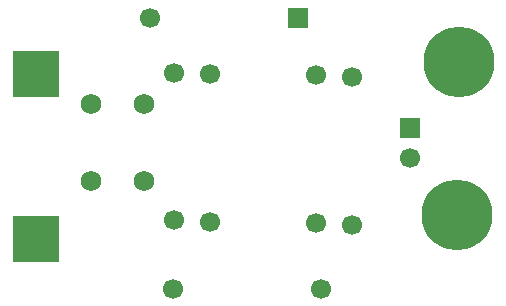
<source format=gbr>
G04 EAGLE Gerber RS-274X export*
G75*
%MOMM*%
%FSLAX34Y34*%
%LPD*%
%AMOC8*
5,1,8,0,0,1.08239X$1,22.5*%
G01*
%ADD10C,1.700000*%
%ADD11R,1.700000X1.700000*%
%ADD12R,4.000000X4.000000*%
%ADD13C,6.000000*%
%ADD14C,1.727200*%


D10*
X164600Y255900D03*
D11*
X289600Y255900D03*
X384900Y162700D03*
D10*
X384900Y137300D03*
D12*
X67800Y68400D03*
X67800Y208400D03*
D13*
X426300Y218100D03*
X424900Y88600D03*
D10*
X185200Y84300D03*
X185200Y209300D03*
X305200Y81900D03*
X305200Y206900D03*
X335600Y205700D03*
X335600Y80700D03*
X215600Y208100D03*
X215600Y83100D03*
X184300Y26400D03*
X309300Y26400D03*
D14*
X114900Y182500D03*
X159900Y182500D03*
X114900Y117500D03*
X159900Y117500D03*
M02*

</source>
